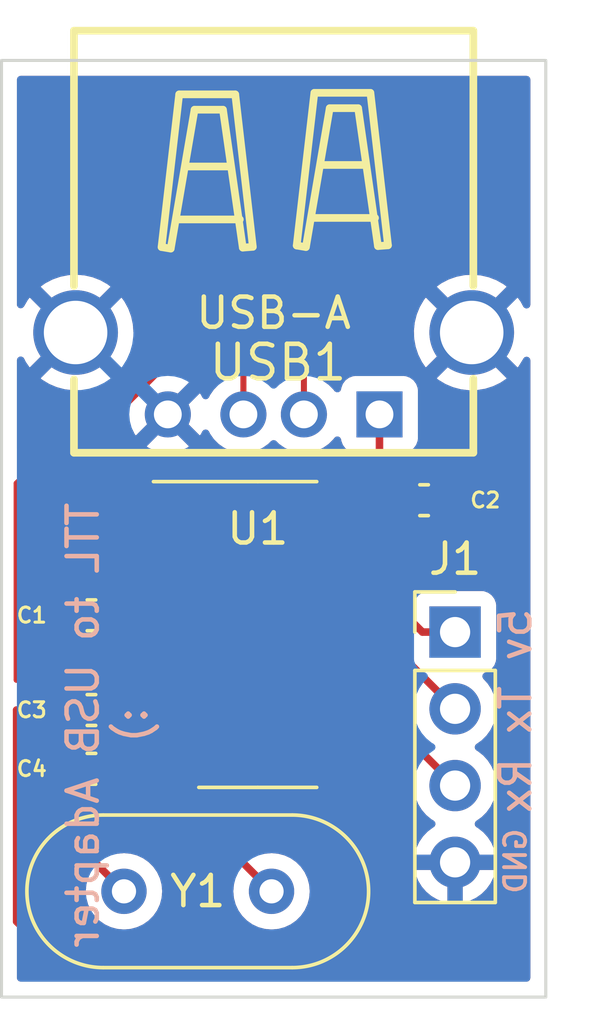
<source format=kicad_pcb>
(kicad_pcb (version 20211014) (generator pcbnew)
  (layers (0 "F.Cu" signal) (31 "B.Cu" signal) (34 "B.Paste" user) (35 "F.Paste" user) (36 "B.SilkS" user "B.Silkscreen") (37 "F.SilkS" user "F.Silkscreen") (38 "B.Mask" user) (39 "F.Mask" user) (44 "Edge.Cuts" user))
  (net 0 "")
  (net 1 "Net-(U1-Pad4)")
  (net 2 "GND")
  (net 3 "/5v")
  (net 4 "Net-(U1-Pad7)")
  (net 5 "Net-(U1-Pad8)")
  (net 6 "Net-(U1-Pad2)")
  (net 7 "Net-(U1-Pad3)")
  (net 8 "/D+")
  (net 9 "/D-")
  (footprint "Capacitor_SMD:C_0603_1608Metric" (layer "F.Cu") (at 20.975 33.365 180)
    (fp_text reference "C1" (at 1.975 0) (layer "F.SilkS") (effects (font (size 0.5 0.5) (thickness 0.1))))
    (fp_text value "0.1uF")
    (fp_line (start -0.14058 0.51) (end 0.14058 0.51) (layer "F.SilkS") (width 0.12))
    (fp_line (start -0.14058 -0.51) (end 0.14058 -0.51) (layer "F.SilkS") (width 0.12))
    (pad "1" smd roundrect (at -0.775 0 180) (size 0.9 0.95) (layers "F.Cu" "F.Paste" "F.Mask") (net 1 "Net-(U1-Pad4)"))
    (pad "2" smd roundrect (at 0.775 0 180) (size 0.9 0.95) (layers "F.Cu" "F.Paste" "F.Mask") (net 2 "GND"))
  )
  (footprint "Package_SO:SOIC-16_3.9x9.9mm_P1.27mm" (layer "F.Cu") (at 26.475 34)
    (fp_text reference "U1" (at 0 -3.5) (layer "F.SilkS"))
    (fp_text value "CH340G")
    (fp_line (start 0 5.06) (end -1.95 5.06) (layer "F.SilkS") (width 0.12))
    (fp_line (start 0 5.06) (end 1.95 5.06) (layer "F.SilkS") (width 0.12))
    (fp_line (start 0 -5.06) (end 1.95 -5.06) (layer "F.SilkS") (width 0.12))
    (fp_line (start 0 -5.06) (end -3.45 -5.06) (layer "F.SilkS") (width 0.12))
    (pad "1" smd roundrect (at -2.475 -4.445) (size 1.95 0.6) (layers "F.Cu" "F.Paste" "F.Mask") (net 2 "GND"))
    (pad "2" smd roundrect (at -2.475 -3.175) (size 1.95 0.6) (layers "F.Cu" "F.Paste" "F.Mask") (net 6 "Net-(U1-Pad2)"))
    (pad "3" smd roundrect (at -2.475 -1.905) (size 1.95 0.6) (layers "F.Cu" "F.Paste" "F.Mask") (net 7 "Net-(U1-Pad3)"))
    (pad "4" smd roundrect (at -2.475 -0.635) (size 1.95 0.6) (layers "F.Cu" "F.Paste" "F.Mask") (net 1 "Net-(U1-Pad4)"))
    (pad "5" smd roundrect (at -2.475 0.635) (size 1.95 0.6) (layers "F.Cu" "F.Paste" "F.Mask") (net 8 "/D+"))
    (pad "6" smd roundrect (at -2.475 1.905) (size 1.95 0.6) (layers "F.Cu" "F.Paste" "F.Mask") (net 9 "/D-"))
    (pad "7" smd roundrect (at -2.475 3.175) (size 1.95 0.6) (layers "F.Cu" "F.Paste" "F.Mask") (net 4 "Net-(U1-Pad7)"))
    (pad "8" smd roundrect (at -2.475 4.445) (size 1.95 0.6) (layers "F.Cu" "F.Paste" "F.Mask") (net 5 "Net-(U1-Pad8)"))
    (pad "9" smd roundrect (at 2.475 4.445) (size 1.95 0.6) (layers "F.Cu" "F.Paste" "F.Mask"))
    (pad "10" smd roundrect (at 2.475 3.175) (size 1.95 0.6) (layers "F.Cu" "F.Paste" "F.Mask"))
    (pad "11" smd roundrect (at 2.475 1.905) (size 1.95 0.6) (layers "F.Cu" "F.Paste" "F.Mask"))
    (pad "12" smd roundrect (at 2.475 0.635) (size 1.95 0.6) (layers "F.Cu" "F.Paste" "F.Mask"))
    (pad "13" smd roundrect (at 2.475 -0.635) (size 1.95 0.6) (layers "F.Cu" "F.Paste" "F.Mask"))
    (pad "14" smd roundrect (at 2.475 -1.905) (size 1.95 0.6) (layers "F.Cu" "F.Paste" "F.Mask"))
    (pad "15" smd roundrect (at 2.475 -3.175) (size 1.95 0.6) (layers "F.Cu" "F.Paste" "F.Mask"))
    (pad "16" smd roundrect (at 2.475 -4.445) (size 1.95 0.6) (layers "F.Cu" "F.Paste" "F.Mask") (net 3 "/5v"))
  )
  (footprint "Connector_PinHeader_2.54mm:PinHeader_1x04_P2.54mm_Vertical" (layer "F.Cu") (at 33 33.92)
    (fp_text reference "J1" (at 0 -2.42) (layer "F.SilkS"))
    (fp_text value "Conn_01x04")
    (fp_line (start -1.33 -1.33) (end 0 -1.33) (layer "F.SilkS") (width 0.12))
    (fp_line (start -1.33 1.27) (end -1.33 8.95) (layer "F.SilkS") (width 0.12))
    (fp_line (start 1.33 1.27) (end 1.33 8.95) (layer "F.SilkS") (width 0.12))
    (fp_line (start -1.33 1.27) (end 1.33 1.27) (layer "F.SilkS") (width 0.12))
    (fp_line (start -1.33 8.95) (end 1.33 8.95) (layer "F.SilkS") (width 0.12))
    (fp_line (start -1.33 0) (end -1.33 -1.33) (layer "F.SilkS") (width 0.12))
    (pad "1" thru_hole rect (at 0 0) (size 1.7 1.7) (drill 1) (layers *.Cu *.Mask) (net 3 "/5v"))
    (pad "2" thru_hole oval (at 0 2.54) (size 1.7 1.7) (drill 1) (layers *.Cu *.Mask) (net 6 "Net-(U1-Pad2)"))
    (pad "3" thru_hole oval (at 0 5.08) (size 1.7 1.7) (drill 1) (layers *.Cu *.Mask) (net 7 "Net-(U1-Pad3)"))
    (pad "4" thru_hole oval (at 0 7.62) (size 1.7 1.7) (drill 1) (layers *.Cu *.Mask) (net 2 "GND"))
  )
  (footprint "Capacitor_SMD:C_0603_1608Metric" (layer "F.Cu") (at 20.975 38.445 180)
    (fp_text reference "C4" (at 1.975 0) (layer "F.SilkS") (effects (font (size 0.5 0.5) (thickness 0.1))))
    (fp_text value "22pF")
    (fp_line (start -0.14058 0.51) (end 0.14058 0.51) (layer "F.SilkS") (width 0.12))
    (fp_line (start -0.14058 -0.51) (end 0.14058 -0.51) (layer "F.SilkS") (width 0.12))
    (pad "1" smd roundrect (at -0.775 0 180) (size 0.9 0.95) (layers "F.Cu" "F.Paste" "F.Mask") (net 5 "Net-(U1-Pad8)"))
    (pad "2" smd roundrect (at 0.775 0 180) (size 0.9 0.95) (layers "F.Cu" "F.Paste" "F.Mask") (net 2 "GND"))
  )
  (footprint "Capacitor_SMD:C_0603_1608Metric" (layer "F.Cu") (at 20.975 36.5 180)
    (fp_text reference "C3" (at 1.975 0) (layer "F.SilkS") (effects (font (size 0.5 0.5) (thickness 0.1))))
    (fp_text value "22pF")
    (fp_line (start -0.14058 -0.51) (end 0.14058 -0.51) (layer "F.SilkS") (width 0.12))
    (fp_line (start -0.14058 0.51) (end 0.14058 0.51) (layer "F.SilkS") (width 0.12))
    (pad "1" smd roundrect (at -0.775 0 180) (size 0.9 0.95) (layers "F.Cu" "F.Paste" "F.Mask") (net 4 "Net-(U1-Pad7)"))
    (pad "2" smd roundrect (at 0.775 0 180) (size 0.9 0.95) (layers "F.Cu" "F.Paste" "F.Mask") (net 2 "GND"))
  )
  (footprint "Crystal:Crystal_HC49-U_Vertical" (layer "F.Cu") (at 22.05 42.5)
    (fp_text reference "Y1" (at 2.44 0) (layer "F.SilkS"))
    (fp_text value "12MHz")
    (fp_line (start -0.685 2.525) (end 5.565 2.525) (layer "F.SilkS") (width 0.12))
    (fp_line (start -0.685 -2.525) (end 5.565 -2.525) (layer "F.SilkS") (width 0.12))
    (fp_arc (start 5.565 -2.525) (mid 8.09 0) (end 5.565 2.525) (layer "F.SilkS") (width 0.12))
    (fp_arc (start -0.685 2.525) (mid -3.21 0) (end -0.685 -2.525) (layer "F.SilkS") (width 0.12))
    (pad "1" thru_hole circle (at 0 0) (size 1.5 1.5) (drill 0.8) (layers *.Cu *.Mask) (net 4 "Net-(U1-Pad7)"))
    (pad "2" thru_hole circle (at 4.88 0) (size 1.5 1.5) (drill 0.8) (layers *.Cu *.Mask) (net 5 "Net-(U1-Pad8)"))
  )
  (footprint "PiE_Footprints:USB-A_female" (layer "F.Cu") (at 27 25.36 180)
    (fp_text reference "USB1" (at -2.5 0.36) (layer "F.SilkS") (effects (font (size 1.143 1.143) (thickness 0.152)) (justify right)))
    (fp_text value "USB_Type_A_903-331A1011D10100" hide)
    (fp_text user "USB-A" (at 0 2) (layer "F.SilkS"))
    (fp_line (start 3.124 9.237) (end 1.27 9.237) (layer "F.SilkS") (width 0.254))
    (fp_line (start -2.794 8.78) (end -3.449 4.215) (layer "F.SilkS") (width 0.254))
    (fp_line (start -0.762 4.233) (end -1.067 4.182) (layer "F.SilkS") (width 0.254))
    (fp_line (start 3.404 4.131) (end 3.708 4.182) (layer "F.SilkS") (width 0.254))
    (fp_line (start 3.708 4.182) (end 3.124 9.237) (layer "F.SilkS") (width 0.254))
    (fp_line (start -6.604 11.345) (end -6.604 2.9) (layer "F.SilkS") (width 0.254))
    (fp_line (start 6.604 11.345) (end 6.604 2.9) (layer "F.SilkS") (width 0.254))
    (fp_line (start 0.688 4.19) (end 1.021 4.164) (layer "F.SilkS") (width 0.254))
    (fp_line (start -3.353 5.147) (end -1.27 5.147) (layer "F.SilkS") (width 0.254))
    (fp_line (start 6.604 -2.625) (end 6.604 -0.2) (layer "F.SilkS") (width 0.254))
    (fp_line (start 1.27 9.237) (end 0.688 4.19) (layer "F.SilkS") (width 0.254))
    (fp_line (start -1.346 9.288) (end -0.762 4.233) (layer "F.SilkS") (width 0.254))
    (fp_line (start -3.782 4.241) (end -3.2 9.288) (layer "F.SilkS") (width 0.254))
    (fp_line (start -3.2 9.288) (end -1.346 9.288) (layer "F.SilkS") (width 0.254))
    (fp_line (start 1.118 5.097) (end 3.2 5.097) (layer "F.SilkS") (width 0.254))
    (fp_line (start -6.604 -2.625) (end 6.604 -2.625) (layer "F.SilkS") (width 0.254))
    (fp_line (start 1.676 8.729) (end 2.616 8.729) (layer "F.SilkS") (width 0.254))
    (fp_line (start 2.616 8.729) (end 3.404 4.131) (layer "F.SilkS") (width 0.254))
    (fp_line (start -3.449 4.215) (end -3.782 4.241) (layer "F.SilkS") (width 0.254))
    (fp_line (start -6.604 -2.625) (end -6.604 -0.175) (layer "F.SilkS") (width 0.254))
    (fp_line (start -3.023 6.9) (end -1.575 6.9) (layer "F.SilkS") (width 0.254))
    (fp_line (start -1.067 4.182) (end -1.854 8.78) (layer "F.SilkS") (width 0.254))
    (fp_line (start 1.021 4.164) (end 1.676 8.729) (layer "F.SilkS") (width 0.254))
    (fp_line (start 6.604 11.345) (end -6.604 11.345) (layer "F.SilkS") (width 0.254))
    (fp_line (start -1.854 8.78) (end -2.794 8.78) (layer "F.SilkS") (width 0.254))
    (fp_line (start 1.448 6.849) (end 2.896 6.849) (layer "F.SilkS") (width 0.254))
    (pad "1" thru_hole rect (at -3.5 -1.355 180) (size 1.524 1.524) (drill 0.92) (layers *.Cu *.Paste *.Mask) (net 3 "/5v"))
    (pad "2" thru_hole circle (at -1 -1.355 180) (size 1.524 1.524) (drill 0.92) (layers *.Cu *.Paste *.Mask) (net 9 "/D-"))
    (pad "3" thru_hole circle (at 1 -1.355 180) (size 1.524 1.524) (drill 0.92) (layers *.Cu *.Paste *.Mask) (net 8 "/D+"))
    (pad "4" thru_hole circle (at 3.5 -1.355 180) (size 1.524 1.524) (drill 0.92) (layers *.Cu *.Paste *.Mask) (net 2 "GND"))
    (pad "5" thru_hole circle (at 6.55 1.355 180) (size 2.8 2.8) (drill 2.1) (layers *.Cu *.Paste *.Mask) (net 2 "GND"))
    (pad "6" thru_hole circle (at -6.55 1.355 180) (size 2.8 2.8) (drill 2.1) (layers *.Cu *.Paste *.Mask) (net 2 "GND"))
  )
  (footprint "Capacitor_SMD:C_0603_1608Metric" (layer "F.Cu") (at 31.975 29.555)
    (fp_text reference "C2" (at 2.025 0) (layer "F.SilkS") (effects (font (size 0.5 0.5) (thickness 0.1))))
    (fp_text value "0.1uF")
    (fp_line (start -0.14058 -0.51) (end 0.14058 -0.51) (layer "F.SilkS") (width 0.12))
    (fp_line (start -0.14058 0.51) (end 0.14058 0.51) (layer "F.SilkS") (width 0.12))
    (pad "1" smd roundrect (at -0.775 0) (size 0.9 0.95) (layers "F.Cu" "F.Paste" "F.Mask") (net 3 "/5v"))
    (pad "2" smd roundrect (at 0.775 0) (size 0.9 0.95) (layers "F.Cu" "F.Paste" "F.Mask") (net 2 "GND"))
  )
  (gr_rect (start 18 15) (end 36 46) (layer "Edge.Cuts") (width 0.1) (fill none))
  (gr_text "Tx" (at 35 36.5 90) (layer "B.SilkS") (effects (font (size 1 1)) (justify mirror)))
  (gr_text "5v" (at 35 34 90) (layer "B.SilkS") (effects (font (size 1 1)) (justify mirror)))
  (gr_text "Rx" (at 35 39 90) (layer "B.SilkS") (effects (font (size 1 1)) (justify mirror)))
  (gr_text "TTL to USB Adapter\n:)\n" (at 21.5 37 90) (layer "B.SilkS") (effects (font (size 1 1)) (justify mirror)))
  (gr_text "GND" (at 35 41.5 90) (layer "B.SilkS") (effects (font (size 0.7 0.7) (thickness 0.125)) (justify mirror)))
  (segment (start 21.75 33.365) (end 24 33.365) (width 0.25) (layer "F.Cu") (net 1))
  (segment (start 18.5 43.5) (end 18.5 36.5) (width 0.25) (layer "F.Cu") (net 2))
  (segment (start 18.5 36.5) (end 20.2 36.5) (width 0.25) (layer "F.Cu") (net 2))
  (segment (start 32 45) (end 20 45) (width 0.25) (layer "F.Cu") (net 2))
  (segment (start 33 44) (end 32 45) (width 0.25) (layer "F.Cu") (net 2))
  (segment (start 33 41.54) (end 33 44) (width 0.25) (layer "F.Cu") (net 2))
  (segment (start 20 45) (end 18.5 43.5) (width 0.25) (layer "F.Cu") (net 2))
  (segment (start 30.5 28.855) (end 31.2 29.555) (width 0.25) (layer "F.Cu") (net 3))
  (segment (start 30.5 32.5) (end 31.92 33.92) (width 0.25) (layer "F.Cu") (net 3))
  (segment (start 30.5 26.715) (end 30.5 28.855) (width 0.25) (layer "F.Cu") (net 3))
  (segment (start 31.92 33.92) (end 33 33.92) (width 0.25) (layer "F.Cu") (net 3))
  (segment (start 29.65 28.855) (end 28.95 29.555) (width 0.25) (layer "F.Cu") (net 3))
  (segment (start 30.5 28.855) (end 30.5 32.5) (width 0.25) (layer "F.Cu") (net 3))
  (segment (start 30.5 28.855) (end 29.65 28.855) (width 0.25) (layer "F.Cu") (net 3))
  (segment (start 24 37.175) (end 22.425 37.175) (width 0.25) (layer "F.Cu") (net 4))
  (segment (start 21.75 36.5) (end 21.75 37.25) (width 0.25) (layer "F.Cu") (net 4))
  (segment (start 21.75 37.25) (end 21.5 37.5) (width 0.25) (layer "F.Cu") (net 4))
  (segment (start 19 37.5) (end 19 39.45) (width 0.25) (layer "F.Cu") (net 4))
  (segment (start 19 39.45) (end 22.05 42.5) (width 0.25) (layer "F.Cu") (net 4))
  (segment (start 21.5 37.5) (end 19 37.5) (width 0.25) (layer "F.Cu") (net 4))
  (segment (start 22.425 37.175) (end 21.75 36.5) (width 0.25) (layer "F.Cu") (net 4))
  (segment (start 24 38.445) (end 24 39.57) (width 0.25) (layer "F.Cu") (net 5))
  (segment (start 21.75 38.445) (end 24 38.445) (width 0.25) (layer "F.Cu") (net 5))
  (segment (start 24 39.57) (end 26.93 42.5) (width 0.25) (layer "F.Cu") (net 5))
  (segment (start 33 36.46) (end 30.54 34) (width 0.25) (layer "F.Cu") (net 6))
  (segment (start 30.54 34) (end 27.5 34) (width 0.25) (layer "F.Cu") (net 6))
  (segment (start 27.5 34) (end 27 33.5) (width 0.25) (layer "F.Cu") (net 6))
  (segment (start 26.825 30.825) (end 24 30.825) (width 0.25) (layer "F.Cu") (net 6))
  (segment (start 27 31) (end 26.825 30.825) (width 0.25) (layer "F.Cu") (net 6))
  (segment (start 27 33.5) (end 27 31) (width 0.25) (layer "F.Cu") (net 6))
  (segment (start 33 39) (end 30.25 36.25) (width 0.25) (layer "F.Cu") (net 7))
  (segment (start 26 33.5) (end 26 32) (width 0.25) (layer "F.Cu") (net 7))
  (segment (start 29.951751 35.26) (end 27.76 35.26) (width 0.25) (layer "F.Cu") (net 7))
  (segment (start 26 32) (end 24.095 32) (width 0.25) (layer "F.Cu") (net 7))
  (segment (start 27.76 35.26) (end 26 33.5) (width 0.25) (layer "F.Cu") (net 7))
  (segment (start 24.095 32) (end 24 32.095) (width 0.25) (layer "F.Cu") (net 7))
  (segment (start 30.25 35.558249) (end 29.951751 35.26) (width 0.25) (layer "F.Cu") (net 7))
  (segment (start 30.25 36.25) (end 30.25 35.558249) (width 0.25) (layer "F.Cu") (net 7))
  (segment (start 23.5 25) (end 19 29.5) (width 0.2) (layer "F.Cu") (net 8))
  (segment (start 26 26.715) (end 26 25) (width 0.2) (layer "F.Cu") (net 8))
  (segment (start 26 25) (end 23.5 25) (width 0.2) (layer "F.Cu") (net 8))
  (segment (start 19 34.5) (end 19.135 34.635) (width 0.2) (layer "F.Cu") (net 8))
  (segment (start 19 29.5) (end 19 34.5) (width 0.2) (layer "F.Cu") (net 8))
  (segment (start 19.135 34.635) (end 24 34.635) (width 0.2) (layer "F.Cu") (net 8))
  (segment (start 23 24.5) (end 18.5 29) (width 0.2) (layer "F.Cu") (net 9))
  (segment (start 18.5 29) (end 18.5 35.5) (width 0.2) (layer "F.Cu") (net 9))
  (segment (start 28 25) (end 27.5 24.5) (width 0.2) (layer "F.Cu") (net 9))
  (segment (start 28 26.715) (end 28 25) (width 0.2) (layer "F.Cu") (net 9))
  (segment (start 23.595 35.5) (end 24 35.905) (width 0.2) (layer "F.Cu") (net 9))
  (segment (start 18.5 35.5) (end 23.595 35.5) (width 0.2) (layer "F.Cu") (net 9))
  (segment (start 27.5 24.5) (end 23 24.5) (width 0.2) (layer "F.Cu") (net 9))
  (zone (net 2) (net_name "GND") (layer "F.Cu") (priority 1) (connect_pads (clearance 0.508)) (min_thickness 0.254) (fill yes (thermal_gap 0.508) (thermal_bridge_width 0.508))
    (polygon (pts (xy 36 46) (xy 18 46) (xy 18 13) (xy 36 13)))
  )
  (zone (net 2) (net_name "GND") (layer "B.Cu") (priority 1) (connect_pads (clearance 0.508)) (min_thickness 0.254) (fill yes (thermal_gap 0.508) (thermal_bridge_width 0.508))
    (polygon (pts (xy 36 46) (xy 18 46) (xy 18 13) (xy 36 13)))
  )
)
</source>
